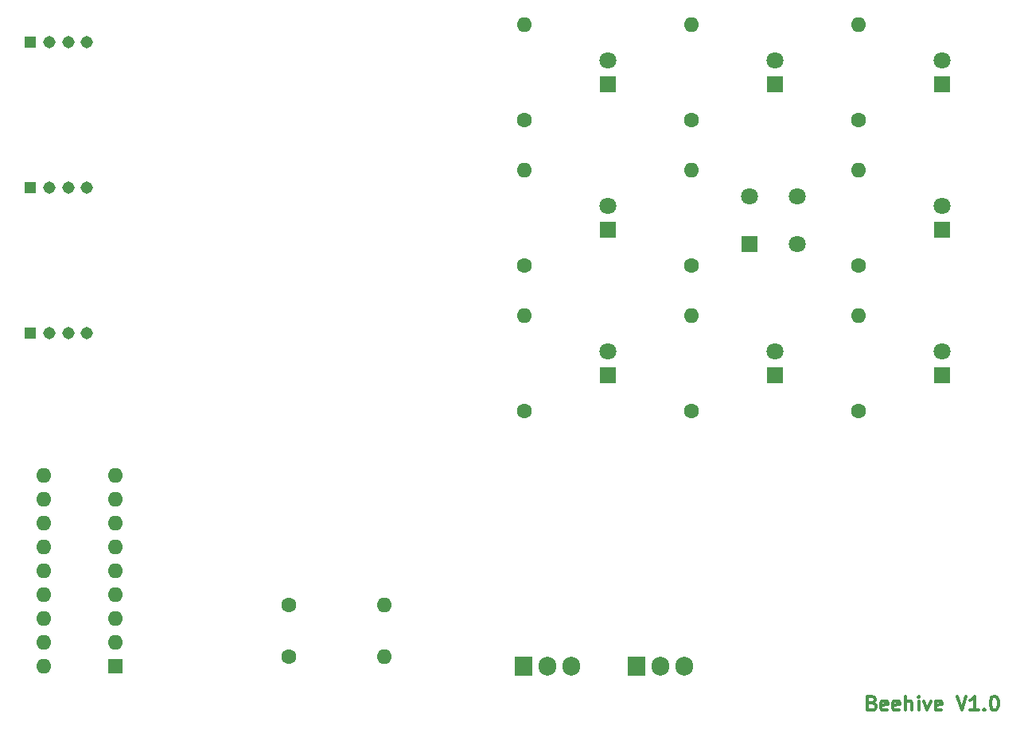
<source format=gbr>
%TF.GenerationSoftware,KiCad,Pcbnew,(5.1.10)-1*%
%TF.CreationDate,2022-06-08T23:05:14+10:00*%
%TF.ProjectId,beehive,62656568-6976-4652-9e6b-696361645f70,rev?*%
%TF.SameCoordinates,Original*%
%TF.FileFunction,Copper,L1,Top*%
%TF.FilePolarity,Positive*%
%FSLAX46Y46*%
G04 Gerber Fmt 4.6, Leading zero omitted, Abs format (unit mm)*
G04 Created by KiCad (PCBNEW (5.1.10)-1) date 2022-06-08 23:05:14*
%MOMM*%
%LPD*%
G01*
G04 APERTURE LIST*
%TA.AperFunction,NonConductor*%
%ADD10C,0.300000*%
%TD*%
%TA.AperFunction,ComponentPad*%
%ADD11C,1.308000*%
%TD*%
%TA.AperFunction,ComponentPad*%
%ADD12R,1.308000X1.308000*%
%TD*%
%TA.AperFunction,ComponentPad*%
%ADD13O,1.600000X1.600000*%
%TD*%
%TA.AperFunction,ComponentPad*%
%ADD14C,1.600000*%
%TD*%
%TA.AperFunction,ComponentPad*%
%ADD15C,1.800000*%
%TD*%
%TA.AperFunction,ComponentPad*%
%ADD16R,1.800000X1.800000*%
%TD*%
%TA.AperFunction,ComponentPad*%
%ADD17R,1.905000X2.000000*%
%TD*%
%TA.AperFunction,ComponentPad*%
%ADD18O,1.905000X2.000000*%
%TD*%
%TA.AperFunction,ComponentPad*%
%ADD19R,1.600000X1.600000*%
%TD*%
G04 APERTURE END LIST*
D10*
X194571428Y-136892857D02*
X194785714Y-136964285D01*
X194857142Y-137035714D01*
X194928571Y-137178571D01*
X194928571Y-137392857D01*
X194857142Y-137535714D01*
X194785714Y-137607142D01*
X194642857Y-137678571D01*
X194071428Y-137678571D01*
X194071428Y-136178571D01*
X194571428Y-136178571D01*
X194714285Y-136250000D01*
X194785714Y-136321428D01*
X194857142Y-136464285D01*
X194857142Y-136607142D01*
X194785714Y-136750000D01*
X194714285Y-136821428D01*
X194571428Y-136892857D01*
X194071428Y-136892857D01*
X196142857Y-137607142D02*
X196000000Y-137678571D01*
X195714285Y-137678571D01*
X195571428Y-137607142D01*
X195500000Y-137464285D01*
X195500000Y-136892857D01*
X195571428Y-136750000D01*
X195714285Y-136678571D01*
X196000000Y-136678571D01*
X196142857Y-136750000D01*
X196214285Y-136892857D01*
X196214285Y-137035714D01*
X195500000Y-137178571D01*
X197428571Y-137607142D02*
X197285714Y-137678571D01*
X197000000Y-137678571D01*
X196857142Y-137607142D01*
X196785714Y-137464285D01*
X196785714Y-136892857D01*
X196857142Y-136750000D01*
X197000000Y-136678571D01*
X197285714Y-136678571D01*
X197428571Y-136750000D01*
X197500000Y-136892857D01*
X197500000Y-137035714D01*
X196785714Y-137178571D01*
X198142857Y-137678571D02*
X198142857Y-136178571D01*
X198785714Y-137678571D02*
X198785714Y-136892857D01*
X198714285Y-136750000D01*
X198571428Y-136678571D01*
X198357142Y-136678571D01*
X198214285Y-136750000D01*
X198142857Y-136821428D01*
X199500000Y-137678571D02*
X199500000Y-136678571D01*
X199500000Y-136178571D02*
X199428571Y-136250000D01*
X199500000Y-136321428D01*
X199571428Y-136250000D01*
X199500000Y-136178571D01*
X199500000Y-136321428D01*
X200071428Y-136678571D02*
X200428571Y-137678571D01*
X200785714Y-136678571D01*
X201928571Y-137607142D02*
X201785714Y-137678571D01*
X201500000Y-137678571D01*
X201357142Y-137607142D01*
X201285714Y-137464285D01*
X201285714Y-136892857D01*
X201357142Y-136750000D01*
X201500000Y-136678571D01*
X201785714Y-136678571D01*
X201928571Y-136750000D01*
X202000000Y-136892857D01*
X202000000Y-137035714D01*
X201285714Y-137178571D01*
X203571428Y-136178571D02*
X204071428Y-137678571D01*
X204571428Y-136178571D01*
X205857142Y-137678571D02*
X205000000Y-137678571D01*
X205428571Y-137678571D02*
X205428571Y-136178571D01*
X205285714Y-136392857D01*
X205142857Y-136535714D01*
X205000000Y-136607142D01*
X206500000Y-137535714D02*
X206571428Y-137607142D01*
X206500000Y-137678571D01*
X206428571Y-137607142D01*
X206500000Y-137535714D01*
X206500000Y-137678571D01*
X207500000Y-136178571D02*
X207642857Y-136178571D01*
X207785714Y-136250000D01*
X207857142Y-136321428D01*
X207928571Y-136464285D01*
X208000000Y-136750000D01*
X208000000Y-137107142D01*
X207928571Y-137392857D01*
X207857142Y-137535714D01*
X207785714Y-137607142D01*
X207642857Y-137678571D01*
X207500000Y-137678571D01*
X207357142Y-137607142D01*
X207285714Y-137535714D01*
X207214285Y-137392857D01*
X207142857Y-137107142D01*
X207142857Y-136750000D01*
X207214285Y-136464285D01*
X207285714Y-136321428D01*
X207357142Y-136250000D01*
X207500000Y-136178571D01*
D11*
%TO.P,J3,4*%
%TO.N,GND*%
X111000000Y-66500000D03*
%TO.P,J3,3*%
%TO.N,+5V*%
X109000000Y-66500000D03*
%TO.P,J3,2*%
%TO.N,SDA*%
X107000000Y-66500000D03*
D12*
%TO.P,J3,1*%
%TO.N,SCL*%
X105000000Y-66500000D03*
%TD*%
D11*
%TO.P,J2,4*%
%TO.N,GND*%
X111000000Y-82000000D03*
%TO.P,J2,3*%
%TO.N,+5V*%
X109000000Y-82000000D03*
%TO.P,J2,2*%
%TO.N,SDA*%
X107000000Y-82000000D03*
D12*
%TO.P,J2,1*%
%TO.N,SCL*%
X105000000Y-82000000D03*
%TD*%
D11*
%TO.P,J1,4*%
%TO.N,GND*%
X111000000Y-97500000D03*
%TO.P,J1,3*%
%TO.N,+5V*%
X109000000Y-97500000D03*
%TO.P,J1,2*%
%TO.N,SDA*%
X107000000Y-97500000D03*
D12*
%TO.P,J1,1*%
%TO.N,SCL*%
X105000000Y-97500000D03*
%TD*%
D13*
%TO.P,R10,2*%
%TO.N,GND*%
X142660000Y-126500000D03*
D14*
%TO.P,R10,1*%
%TO.N,RedLight*%
X132500000Y-126500000D03*
%TD*%
D13*
%TO.P,R9,2*%
%TO.N,GND*%
X142660000Y-132000000D03*
D14*
%TO.P,R9,1*%
%TO.N,WhiteLight*%
X132500000Y-132000000D03*
%TD*%
D13*
%TO.P,R8,2*%
%TO.N,Net-(Q1-Pad2)*%
X193100000Y-80180000D03*
D14*
%TO.P,R8,1*%
%TO.N,Net-(D8-Pad1)*%
X193100000Y-90340000D03*
%TD*%
D13*
%TO.P,R7,2*%
%TO.N,Net-(Q1-Pad2)*%
X193100000Y-64670000D03*
D14*
%TO.P,R7,1*%
%TO.N,Net-(D7-Pad1)*%
X193100000Y-74830000D03*
%TD*%
D13*
%TO.P,R6,2*%
%TO.N,Net-(Q1-Pad2)*%
X175320000Y-64670000D03*
D14*
%TO.P,R6,1*%
%TO.N,Net-(D6-Pad1)*%
X175320000Y-74830000D03*
%TD*%
D13*
%TO.P,R5,2*%
%TO.N,Net-(Q1-Pad2)*%
X157540000Y-64670000D03*
D14*
%TO.P,R5,1*%
%TO.N,Net-(D5-Pad1)*%
X157540000Y-74830000D03*
%TD*%
D13*
%TO.P,R4,2*%
%TO.N,Net-(Q1-Pad2)*%
X157540000Y-80180000D03*
D14*
%TO.P,R4,1*%
%TO.N,Net-(D4-Pad1)*%
X157540000Y-90340000D03*
%TD*%
D13*
%TO.P,R3,2*%
%TO.N,Net-(Q1-Pad2)*%
X157540000Y-95690000D03*
D14*
%TO.P,R3,1*%
%TO.N,Net-(D3-Pad1)*%
X157540000Y-105850000D03*
%TD*%
D13*
%TO.P,R2,2*%
%TO.N,Net-(Q1-Pad2)*%
X175320000Y-95690000D03*
D14*
%TO.P,R2,1*%
%TO.N,Net-(D2-Pad1)*%
X175320000Y-105850000D03*
%TD*%
D15*
%TO.P,D8,2*%
%TO.N,+5V*%
X201990000Y-83990000D03*
D16*
%TO.P,D8,1*%
%TO.N,Net-(D8-Pad1)*%
X201990000Y-86530000D03*
%TD*%
D15*
%TO.P,D7,2*%
%TO.N,+5V*%
X201990000Y-68480000D03*
D16*
%TO.P,D7,1*%
%TO.N,Net-(D7-Pad1)*%
X201990000Y-71020000D03*
%TD*%
D15*
%TO.P,D6,2*%
%TO.N,+5V*%
X184210000Y-68480000D03*
D16*
%TO.P,D6,1*%
%TO.N,Net-(D6-Pad1)*%
X184210000Y-71020000D03*
%TD*%
D15*
%TO.P,D5,2*%
%TO.N,+5V*%
X166430000Y-68480000D03*
D16*
%TO.P,D5,1*%
%TO.N,Net-(D5-Pad1)*%
X166430000Y-71020000D03*
%TD*%
D15*
%TO.P,D4,2*%
%TO.N,+5V*%
X166430000Y-83990000D03*
D16*
%TO.P,D4,1*%
%TO.N,Net-(D4-Pad1)*%
X166430000Y-86530000D03*
%TD*%
D15*
%TO.P,D3,2*%
%TO.N,+5V*%
X166430000Y-99500000D03*
D16*
%TO.P,D3,1*%
%TO.N,Net-(D3-Pad1)*%
X166430000Y-102040000D03*
%TD*%
D15*
%TO.P,D2,2*%
%TO.N,+5V*%
X184210000Y-99500000D03*
D16*
%TO.P,D2,1*%
%TO.N,Net-(D2-Pad1)*%
X184210000Y-102040000D03*
%TD*%
D17*
%TO.P,Q1,1*%
%TO.N,RedLight*%
X157500000Y-133000000D03*
D18*
%TO.P,Q1,2*%
%TO.N,Net-(Q1-Pad2)*%
X160040000Y-133000000D03*
%TO.P,Q1,3*%
%TO.N,GND*%
X162580000Y-133000000D03*
%TD*%
D17*
%TO.P,Q0,1*%
%TO.N,WhiteLight*%
X169500000Y-133000000D03*
D18*
%TO.P,Q0,2*%
%TO.N,Net-(Q0-Pad2)*%
X172040000Y-133000000D03*
%TO.P,Q0,3*%
%TO.N,GND*%
X174580000Y-133000000D03*
%TD*%
D13*
%TO.P,R0,2*%
%TO.N,Net-(Q0-Pad2)*%
X175320000Y-80180000D03*
D14*
%TO.P,R0,1*%
%TO.N,Net-(D0-Pad1)*%
X175320000Y-90340000D03*
%TD*%
D15*
%TO.P,D0,2*%
%TO.N,+5V*%
X186580000Y-82920000D03*
X186580000Y-88000000D03*
%TO.P,D0,1*%
%TO.N,Net-(D0-Pad1)*%
X181500000Y-82920000D03*
D16*
X181500000Y-88000000D03*
%TD*%
D15*
%TO.P,D1,2*%
%TO.N,+5V*%
X201990000Y-99500000D03*
D16*
%TO.P,D1,1*%
%TO.N,Net-(D1-Pad1)*%
X201990000Y-102040000D03*
%TD*%
D13*
%TO.P,U1,18*%
%TO.N,+5V*%
X106380000Y-133000000D03*
%TO.P,U1,9*%
%TO.N,GND*%
X114000000Y-112680000D03*
%TO.P,U1,17*%
%TO.N,N/C*%
X106380000Y-130460000D03*
%TO.P,U1,8*%
X114000000Y-115220000D03*
%TO.P,U1,16*%
X106380000Y-127920000D03*
%TO.P,U1,7*%
X114000000Y-117760000D03*
%TO.P,U1,15*%
X106380000Y-125380000D03*
%TO.P,U1,6*%
%TO.N,+5V*%
X114000000Y-120300000D03*
%TO.P,U1,14*%
%TO.N,N/C*%
X106380000Y-122840000D03*
%TO.P,U1,5*%
%TO.N,GND*%
X114000000Y-122840000D03*
%TO.P,U1,13*%
%TO.N,N/C*%
X106380000Y-120300000D03*
%TO.P,U1,4*%
%TO.N,GND*%
X114000000Y-125380000D03*
%TO.P,U1,12*%
%TO.N,N/C*%
X106380000Y-117760000D03*
%TO.P,U1,3*%
%TO.N,GND*%
X114000000Y-127920000D03*
%TO.P,U1,11*%
%TO.N,WhiteLight*%
X106380000Y-115220000D03*
%TO.P,U1,2*%
%TO.N,SDA*%
X114000000Y-130460000D03*
%TO.P,U1,10*%
%TO.N,RedLight*%
X106380000Y-112680000D03*
D19*
%TO.P,U1,1*%
%TO.N,SCL*%
X114000000Y-133000000D03*
%TD*%
D13*
%TO.P,R1,2*%
%TO.N,Net-(Q1-Pad2)*%
X193100000Y-95690000D03*
D14*
%TO.P,R1,1*%
%TO.N,Net-(D1-Pad1)*%
X193100000Y-105850000D03*
%TD*%
M02*

</source>
